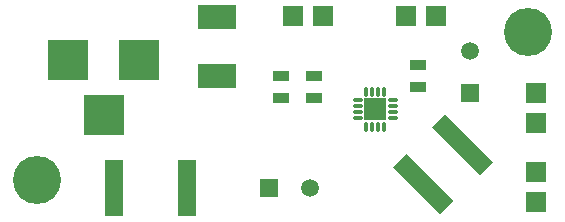
<source format=gts>
G04 (created by PCBNEW (2013-07-07 BZR 4022)-stable) date 8/25/2014 9:50:12 PM*
%MOIN*%
G04 Gerber Fmt 3.4, Leading zero omitted, Abs format*
%FSLAX34Y34*%
G01*
G70*
G90*
G04 APERTURE LIST*
%ADD10C,0.00590551*%
%ADD11C,0.0590551*%
%ADD12R,0.0590551X0.0590551*%
%ADD13C,0.16*%
%ADD14R,0.1378X0.1378*%
%ADD15R,0.0708661X0.0708661*%
%ADD16R,0.055X0.035*%
%ADD17R,0.0748031X0.0748031*%
%ADD18O,0.015748X0.0334646*%
%ADD19O,0.0334646X0.015748*%
%ADD20R,0.125197X0.0787402*%
%ADD21R,0.0629921X0.188976*%
G04 APERTURE END LIST*
G54D10*
G54D11*
X91535Y-25236D03*
G54D12*
X91535Y-26614D03*
G54D13*
X93464Y-24606D03*
X77125Y-29527D03*
G54D14*
X80511Y-25511D03*
X78149Y-25511D03*
X79330Y-27361D03*
G54D15*
X93740Y-26614D03*
X93740Y-27614D03*
X93740Y-29251D03*
X93740Y-30251D03*
X85643Y-24067D03*
X86643Y-24067D03*
X89413Y-24067D03*
X90413Y-24067D03*
G54D16*
X89803Y-26437D03*
X89803Y-25687D03*
X85254Y-26049D03*
X85254Y-26799D03*
X86356Y-26049D03*
X86356Y-26799D03*
G54D17*
X88385Y-27165D03*
G54D18*
X88090Y-26584D03*
X88287Y-26584D03*
X88484Y-26584D03*
X88681Y-26584D03*
X88090Y-27746D03*
X88287Y-27746D03*
X88484Y-27746D03*
X88681Y-27746D03*
G54D19*
X88966Y-27460D03*
X88966Y-27263D03*
X88966Y-27066D03*
X88966Y-26870D03*
X87805Y-27460D03*
X87805Y-27263D03*
X87805Y-27066D03*
X87805Y-26870D03*
G54D10*
G36*
X90559Y-30674D02*
X88973Y-29087D01*
X89418Y-28642D01*
X91005Y-30229D01*
X90559Y-30674D01*
X90559Y-30674D01*
G37*
G36*
X91868Y-29366D02*
X90281Y-27779D01*
X90726Y-27333D01*
X92313Y-28920D01*
X91868Y-29366D01*
X91868Y-29366D01*
G37*
G54D20*
X83105Y-24095D03*
X83105Y-26064D03*
G54D21*
X79685Y-29803D03*
X82125Y-29803D03*
G54D11*
X86220Y-29803D03*
G54D12*
X84842Y-29803D03*
M02*

</source>
